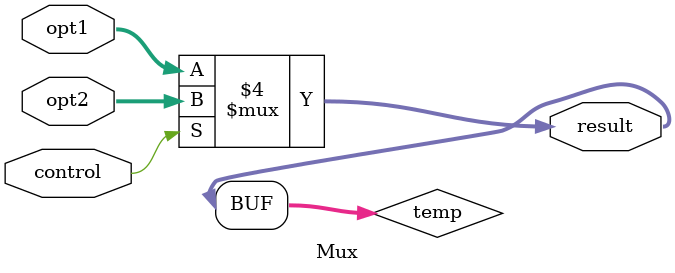
<source format=v>
`timescale 1ns / 1ps


module Mux(
    input[63:0] opt1,
    input[63:0] opt2,
    input control,
    output[63:0] result
    );
    
    reg[63:0] temp;
    always@(*) begin
        if (!control) temp = opt1;
        else temp = opt2;
    end
    assign result = temp;
    
endmodule

</source>
